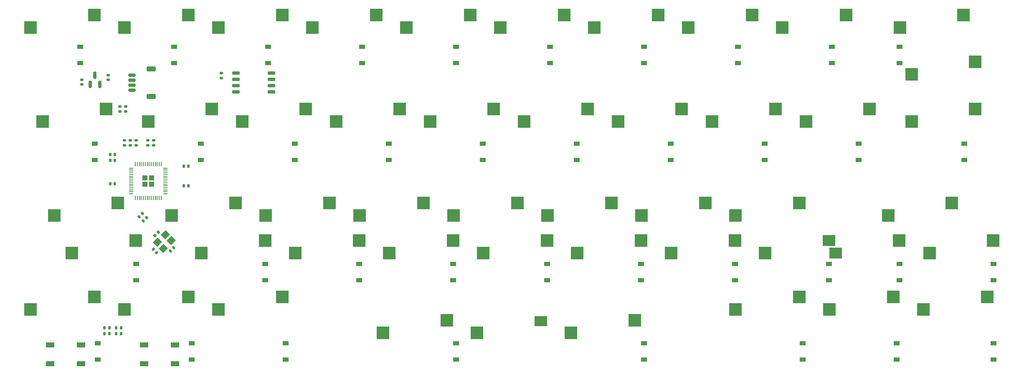
<source format=gbp>
%TF.GenerationSoftware,KiCad,Pcbnew,7.0.6*%
%TF.CreationDate,2023-09-25T18:19:59-04:00*%
%TF.ProjectId,cutiepie2040-dual-stagger-hotswap-pcb,63757469-6570-4696-9532-3034302d6475,rev?*%
%TF.SameCoordinates,PX2d6b3a0PY6f46b48*%
%TF.FileFunction,Paste,Bot*%
%TF.FilePolarity,Positive*%
%FSLAX46Y46*%
G04 Gerber Fmt 4.6, Leading zero omitted, Abs format (unit mm)*
G04 Created by KiCad (PCBNEW 7.0.6) date 2023-09-25 18:19:59*
%MOMM*%
%LPD*%
G01*
G04 APERTURE LIST*
G04 Aperture macros list*
%AMRoundRect*
0 Rectangle with rounded corners*
0 $1 Rounding radius*
0 $2 $3 $4 $5 $6 $7 $8 $9 X,Y pos of 4 corners*
0 Add a 4 corners polygon primitive as box body*
4,1,4,$2,$3,$4,$5,$6,$7,$8,$9,$2,$3,0*
0 Add four circle primitives for the rounded corners*
1,1,$1+$1,$2,$3*
1,1,$1+$1,$4,$5*
1,1,$1+$1,$6,$7*
1,1,$1+$1,$8,$9*
0 Add four rect primitives between the rounded corners*
20,1,$1+$1,$2,$3,$4,$5,0*
20,1,$1+$1,$4,$5,$6,$7,0*
20,1,$1+$1,$6,$7,$8,$9,0*
20,1,$1+$1,$8,$9,$2,$3,0*%
%AMRotRect*
0 Rectangle, with rotation*
0 The origin of the aperture is its center*
0 $1 length*
0 $2 width*
0 $3 Rotation angle, in degrees counterclockwise*
0 Add horizontal line*
21,1,$1,$2,0,0,$3*%
G04 Aperture macros list end*
%ADD10R,2.550000X2.500000*%
%ADD11RoundRect,0.140000X0.170000X-0.140000X0.170000X0.140000X-0.170000X0.140000X-0.170000X-0.140000X0*%
%ADD12R,1.200000X0.900000*%
%ADD13RoundRect,0.140000X0.021213X-0.219203X0.219203X-0.021213X-0.021213X0.219203X-0.219203X0.021213X0*%
%ADD14R,1.700000X1.000000*%
%ADD15RoundRect,0.135000X0.035355X-0.226274X0.226274X-0.035355X-0.035355X0.226274X-0.226274X0.035355X0*%
%ADD16RoundRect,0.135000X-0.135000X-0.185000X0.135000X-0.185000X0.135000X0.185000X-0.135000X0.185000X0*%
%ADD17RoundRect,0.135000X0.135000X0.185000X-0.135000X0.185000X-0.135000X-0.185000X0.135000X-0.185000X0*%
%ADD18R,2.550000X2.250000*%
%ADD19RoundRect,0.140000X-0.140000X-0.170000X0.140000X-0.170000X0.140000X0.170000X-0.140000X0.170000X0*%
%ADD20RoundRect,0.140000X0.140000X0.170000X-0.140000X0.170000X-0.140000X-0.170000X0.140000X-0.170000X0*%
%ADD21RoundRect,0.135000X-0.185000X0.135000X-0.185000X-0.135000X0.185000X-0.135000X0.185000X0.135000X0*%
%ADD22R,2.550000X2.150000*%
%ADD23RoundRect,0.140000X-0.021213X0.219203X-0.219203X0.021213X0.021213X-0.219203X0.219203X-0.021213X0*%
%ADD24RoundRect,0.140000X-0.170000X0.140000X-0.170000X-0.140000X0.170000X-0.140000X0.170000X0.140000X0*%
%ADD25RoundRect,0.150000X0.150000X-0.587500X0.150000X0.587500X-0.150000X0.587500X-0.150000X-0.587500X0*%
%ADD26RoundRect,0.150000X0.650000X0.150000X-0.650000X0.150000X-0.650000X-0.150000X0.650000X-0.150000X0*%
%ADD27RoundRect,0.250000X0.292217X0.292217X-0.292217X0.292217X-0.292217X-0.292217X0.292217X-0.292217X0*%
%ADD28RoundRect,0.050000X0.387500X0.050000X-0.387500X0.050000X-0.387500X-0.050000X0.387500X-0.050000X0*%
%ADD29RoundRect,0.050000X0.050000X0.387500X-0.050000X0.387500X-0.050000X-0.387500X0.050000X-0.387500X0*%
%ADD30RoundRect,0.140000X0.219203X0.021213X0.021213X0.219203X-0.219203X-0.021213X-0.021213X-0.219203X0*%
%ADD31RoundRect,0.150000X-0.625000X0.150000X-0.625000X-0.150000X0.625000X-0.150000X0.625000X0.150000X0*%
%ADD32RoundRect,0.229167X-0.670833X0.320833X-0.670833X-0.320833X0.670833X-0.320833X0.670833X0.320833X0*%
%ADD33RotRect,1.400000X1.200000X45.000000*%
G04 APERTURE END LIST*
D10*
%TO.C,MX49*%
X181033828Y64452748D03*
X193960828Y66992748D03*
%TD*%
%TO.C,MX35*%
X191579380Y76517794D03*
X178652380Y73977794D03*
%TD*%
D11*
%TO.C,C_1V-Decoup2*%
X27384318Y50121801D03*
X27384318Y51081801D03*
%TD*%
D10*
%TO.C,MX4*%
X2439880Y16827794D03*
X15366880Y19367794D03*
%TD*%
%TO.C,MX1*%
X2439880Y73977794D03*
X15366880Y76517794D03*
%TD*%
D12*
%TO.C,D6*%
X36909326Y47165862D03*
X36909326Y50465862D03*
%TD*%
%TO.C,D14*%
X75009358Y47165862D03*
X75009358Y50465862D03*
%TD*%
D13*
%TO.C,C_Crystal1*%
X30797350Y28650557D03*
X31476172Y29329379D03*
%TD*%
D14*
%TO.C,SW2*%
X12674928Y9639265D03*
X6374928Y9639265D03*
X12674928Y5839265D03*
X6374928Y5839265D03*
%TD*%
D10*
%TO.C,MX22*%
X107214880Y35877794D03*
X120141880Y38417794D03*
%TD*%
D12*
%TO.C,D37*%
X197643836Y22758029D03*
X197643836Y26058029D03*
%TD*%
D15*
%TO.C,R_Crystal1*%
X27619007Y31786474D03*
X28340255Y32507722D03*
%TD*%
D10*
%TO.C,MX17*%
X83402380Y54927794D03*
X96329380Y57467794D03*
%TD*%
%TO.C,MX43*%
X75120434Y28257674D03*
X88047434Y30797674D03*
%TD*%
%TO.C,MX2*%
X4821130Y54927794D03*
X17748130Y57467794D03*
%TD*%
%TO.C,MX11*%
X50064880Y35877794D03*
X62991880Y38417794D03*
%TD*%
D16*
%TO.C,R_Flash2*%
X17349310Y13097082D03*
X18369310Y13097082D03*
%TD*%
D10*
%TO.C,MX10*%
X45302380Y54927794D03*
X58229380Y57467794D03*
%TD*%
%TO.C,MX18*%
X88164880Y35877794D03*
X101091880Y38417794D03*
%TD*%
D12*
%TO.C,D17*%
X94059374Y47165862D03*
X94059374Y50465862D03*
%TD*%
D10*
%TO.C,MX30*%
X145314880Y16827794D03*
X158241880Y19367794D03*
%TD*%
D17*
%TO.C,R_Flash1*%
X20750562Y13097082D03*
X19730562Y13097082D03*
%TD*%
D14*
%TO.C,SW1*%
X25424944Y5839265D03*
X31724944Y5839265D03*
X25424944Y9639265D03*
X31724944Y9639265D03*
%TD*%
D16*
%TO.C,R_Flash3*%
X19730561Y11906456D03*
X20750561Y11906456D03*
%TD*%
D12*
%TO.C,D8*%
X35123387Y6684578D03*
X35123387Y9984578D03*
%TD*%
%TO.C,D20*%
X107751840Y66811191D03*
X107751840Y70111191D03*
%TD*%
%TO.C,D15*%
X88106244Y22758029D03*
X88106244Y26058029D03*
%TD*%
%TO.C,D31*%
X164901621Y66811191D03*
X164901621Y70111191D03*
%TD*%
D11*
%TO.C,C_3V-Decoup2*%
X21431304Y50121690D03*
X21431304Y51081690D03*
%TD*%
D10*
%TO.C,MX23*%
X111977380Y12065024D03*
X124904380Y14605024D03*
%TD*%
D12*
%TO.C,D13*%
X69651744Y66811191D03*
X69651744Y70111191D03*
%TD*%
D10*
%TO.C,MX46*%
X132270434Y28257724D03*
X145197434Y30797724D03*
%TD*%
D12*
%TO.C,D23*%
X126801589Y6684578D03*
X126801589Y9984578D03*
%TD*%
D10*
%TO.C,MX48*%
X176271184Y35877514D03*
X189198184Y38417514D03*
%TD*%
D18*
%TO.C,MX33*%
X165607880Y28257794D03*
D10*
X178534880Y30797794D03*
%TD*%
D11*
%TO.C,C_3V-Decoup7*%
X22621812Y50121690D03*
X22621812Y51081690D03*
%TD*%
D12*
%TO.C,D32*%
X170259438Y47165862D03*
X170259438Y50465862D03*
%TD*%
%TO.C,D4*%
X16073371Y6684578D03*
X16073371Y9984578D03*
%TD*%
D10*
%TO.C,MX13*%
X59589880Y73977794D03*
X72516880Y76517794D03*
%TD*%
D19*
%TO.C,C_3V-Decoup9*%
X33452761Y41862608D03*
X34412761Y41862608D03*
%TD*%
D20*
%TO.C,C_3V-Decoup4*%
X19529936Y42267419D03*
X18569936Y42267419D03*
%TD*%
D12*
%TO.C,D26*%
X145256292Y22758029D03*
X145256292Y26058029D03*
%TD*%
D10*
%TO.C,MX29*%
X145314880Y35877794D03*
X158241880Y38417794D03*
%TD*%
D12*
%TO.C,D28*%
X151209422Y47165862D03*
X151209422Y50465862D03*
%TD*%
D10*
%TO.C,MX15*%
X69114880Y35877794D03*
X82041880Y38417794D03*
%TD*%
D21*
%TO.C,R_DATA1*%
X21728959Y57957801D03*
X21728959Y56937802D03*
%TD*%
D10*
%TO.C,MX41*%
X37020434Y28257724D03*
X49947434Y30797724D03*
%TD*%
%TO.C,MX39*%
X92927380Y12065024D03*
D22*
X105854380Y14430024D03*
%TD*%
D10*
%TO.C,MX14*%
X64352380Y54927794D03*
X77279380Y57467794D03*
%TD*%
%TO.C,MX16*%
X78639880Y73977794D03*
X91566880Y76517794D03*
%TD*%
%TO.C,MX5*%
X21489880Y73977794D03*
X34416880Y76517794D03*
%TD*%
D23*
%TO.C,C_3V-Decoup8*%
X25937790Y35463074D03*
X25258968Y34784252D03*
%TD*%
D10*
%TO.C,MX40*%
X10826684Y28257724D03*
X23753684Y30797724D03*
%TD*%
%TO.C,MX24*%
X116739880Y73977794D03*
X129666880Y76517794D03*
%TD*%
D24*
%TO.C,C_Flash1*%
X41076517Y64710627D03*
X41076517Y63750627D03*
%TD*%
D10*
%TO.C,MX47*%
X151320434Y28257724D03*
D18*
X164247434Y30797724D03*
%TD*%
D10*
%TO.C,MX21*%
X102452380Y54927794D03*
X115379380Y57467794D03*
%TD*%
%TO.C,MX32*%
X159602380Y54927794D03*
X172529380Y57467794D03*
%TD*%
%TO.C,MX38*%
X183414880Y16827794D03*
X196341880Y19367794D03*
%TD*%
D12*
%TO.C,D10*%
X55959342Y47165862D03*
X55959342Y50465862D03*
%TD*%
D10*
%TO.C,MX20*%
X97689880Y73977794D03*
X110616880Y76517794D03*
%TD*%
D12*
%TO.C,D35*%
X178593820Y66811191D03*
X178593820Y70111191D03*
%TD*%
D10*
%TO.C,MX6*%
X26252380Y54927794D03*
X39179380Y57467794D03*
%TD*%
D12*
%TO.C,D38*%
X197643836Y6684578D03*
X197643836Y9984578D03*
%TD*%
%TO.C,D19*%
X88701557Y6684578D03*
X88701557Y9984578D03*
%TD*%
D25*
%TO.C,U3*%
X16428164Y62430627D03*
X14528164Y62430627D03*
X15478164Y64305627D03*
%TD*%
D10*
%TO.C,MX36*%
X181033630Y54927794D03*
X193960630Y57467794D03*
%TD*%
D12*
%TO.C,D25*%
X132159406Y47165862D03*
X132159406Y50465862D03*
%TD*%
D10*
%TO.C,MX37*%
X184658080Y28257794D03*
X197585080Y30797794D03*
%TD*%
%TO.C,MX8*%
X21489880Y16827794D03*
X34416880Y19367794D03*
%TD*%
D12*
%TO.C,D11*%
X69056228Y22758029D03*
X69056228Y26058029D03*
%TD*%
D23*
%TO.C,C_1V-Decoup3*%
X25095889Y36304975D03*
X24417067Y35626153D03*
%TD*%
D10*
%TO.C,MX26*%
X126264880Y35877794D03*
X139191880Y38417794D03*
%TD*%
D12*
%TO.C,D18*%
X107156260Y22758029D03*
X107156260Y26058029D03*
%TD*%
D10*
%TO.C,MX9*%
X40539880Y73977794D03*
X53466880Y76517794D03*
%TD*%
D12*
%TO.C,D34*%
X177998507Y6684578D03*
X177998507Y9984578D03*
%TD*%
%TO.C,D2*%
X15478058Y47165862D03*
X15478058Y50465862D03*
%TD*%
%TO.C,D3*%
X23812440Y22758029D03*
X23812440Y26058029D03*
%TD*%
%TO.C,D29*%
X164306308Y22758029D03*
X164306308Y26058029D03*
%TD*%
D10*
%TO.C,MX44*%
X94170434Y28257724D03*
X107097434Y30797724D03*
%TD*%
D12*
%TO.C,D16*%
X88701792Y66811191D03*
X88701792Y70111191D03*
%TD*%
D19*
%TO.C,C_3V-Decoup6*%
X33452761Y45839297D03*
X34412761Y45839297D03*
%TD*%
D10*
%TO.C,MX45*%
X113220434Y28257674D03*
X126147434Y30797674D03*
%TD*%
D12*
%TO.C,D30*%
X158948491Y6684578D03*
X158948491Y9984578D03*
%TD*%
%TO.C,D1*%
X12501493Y66811191D03*
X12501493Y70111191D03*
%TD*%
D20*
%TO.C,C_3V-Decoup1*%
X19529936Y48220549D03*
X18569936Y48220549D03*
%TD*%
D24*
%TO.C,C_LD1*%
X18157077Y64305627D03*
X18157077Y63345627D03*
%TD*%
D10*
%TO.C,MX7*%
X31014880Y35877794D03*
X43941880Y38417794D03*
%TD*%
D16*
%TO.C,R_RST1*%
X17349310Y11906456D03*
X18369310Y11906456D03*
%TD*%
D10*
%TO.C,MX12*%
X40539880Y16827794D03*
X53466880Y19367794D03*
%TD*%
%TO.C,MX3*%
X7202380Y35877794D03*
X20129380Y38417794D03*
%TD*%
D26*
%TO.C,U2*%
X51224960Y64710627D03*
X51224960Y63440627D03*
X51224960Y62170627D03*
X51224960Y60900627D03*
X44024960Y60900627D03*
X44024960Y62170627D03*
X44024960Y63440627D03*
X44024960Y64710627D03*
%TD*%
D12*
%TO.C,D33*%
X178593820Y22758029D03*
X178593820Y26058029D03*
%TD*%
%TO.C,D36*%
X191690706Y47165862D03*
X191690706Y50465862D03*
%TD*%
%TO.C,D7*%
X50006212Y22758029D03*
X50006212Y26058029D03*
%TD*%
D10*
%TO.C,MX42*%
X56070434Y28257674D03*
X68997434Y30797674D03*
%TD*%
D12*
%TO.C,D12*%
X54173403Y6684578D03*
X54173403Y9984578D03*
%TD*%
D11*
%TO.C,C_1V-Decoup1*%
X23812440Y50121690D03*
X23812440Y51081690D03*
%TD*%
%TO.C,C_3V-Decoup3*%
X26193692Y50121801D03*
X26193692Y51081801D03*
%TD*%
D10*
%TO.C,MX27*%
X135789880Y73977794D03*
X148716880Y76517794D03*
%TD*%
D12*
%TO.C,D22*%
X126206276Y22758029D03*
X126206276Y26058029D03*
%TD*%
D27*
%TO.C,U1*%
X26915688Y42225108D03*
X26915688Y43500108D03*
X25640688Y42225108D03*
X25640688Y43500108D03*
D28*
X29715688Y45462608D03*
X29715688Y45062608D03*
X29715688Y44662608D03*
X29715688Y44262608D03*
X29715688Y43862608D03*
X29715688Y43462608D03*
X29715688Y43062608D03*
X29715688Y42662608D03*
X29715688Y42262608D03*
X29715688Y41862608D03*
X29715688Y41462608D03*
X29715688Y41062608D03*
X29715688Y40662608D03*
X29715688Y40262608D03*
D29*
X28878188Y39425108D03*
X28478188Y39425108D03*
X28078188Y39425108D03*
X27678188Y39425108D03*
X27278188Y39425108D03*
X26878188Y39425108D03*
X26478188Y39425108D03*
X26078188Y39425108D03*
X25678188Y39425108D03*
X25278188Y39425108D03*
X24878188Y39425108D03*
X24478188Y39425108D03*
X24078188Y39425108D03*
X23678188Y39425108D03*
D28*
X22840688Y40262608D03*
X22840688Y40662608D03*
X22840688Y41062608D03*
X22840688Y41462608D03*
X22840688Y41862608D03*
X22840688Y42262608D03*
X22840688Y42662608D03*
X22840688Y43062608D03*
X22840688Y43462608D03*
X22840688Y43862608D03*
X22840688Y44262608D03*
X22840688Y44662608D03*
X22840688Y45062608D03*
X22840688Y45462608D03*
D29*
X23678188Y46300108D03*
X24078188Y46300108D03*
X24478188Y46300108D03*
X24878188Y46300108D03*
X25278188Y46300108D03*
X25678188Y46300108D03*
X26078188Y46300108D03*
X26478188Y46300108D03*
X26878188Y46300108D03*
X27278188Y46300108D03*
X27678188Y46300108D03*
X28078188Y46300108D03*
X28478188Y46300108D03*
X28878188Y46300108D03*
%TD*%
D12*
%TO.C,D27*%
X145851605Y66811191D03*
X145851605Y70111191D03*
%TD*%
D30*
%TO.C,C_Crystal2*%
X27979631Y28358543D03*
X27300809Y29037365D03*
%TD*%
D10*
%TO.C,MX28*%
X140552380Y54927794D03*
X153479380Y57467794D03*
%TD*%
%TO.C,MX25*%
X121502380Y54927794D03*
X134429380Y57467794D03*
%TD*%
D12*
%TO.C,D9*%
X50601525Y66811191D03*
X50601525Y70111191D03*
%TD*%
%TO.C,D24*%
X126801589Y66811191D03*
X126801589Y70111191D03*
%TD*%
D20*
%TO.C,C_3V-Decoup5*%
X19529936Y47029923D03*
X18569936Y47029923D03*
%TD*%
D21*
%TO.C,R_DATA2*%
X20538333Y57957801D03*
X20538333Y56937802D03*
%TD*%
D10*
%TO.C,MX34*%
X164364880Y16827794D03*
X177291880Y19367794D03*
%TD*%
D11*
%TO.C,C_LD2*%
X12799251Y62430627D03*
X12799251Y63390627D03*
%TD*%
D31*
%TO.C,J1*%
X23003188Y64305627D03*
X23003188Y63305627D03*
X23003188Y62305627D03*
X23003188Y61305627D03*
D32*
X26878188Y65605627D03*
X26878188Y60005627D03*
%TD*%
D10*
%TO.C,MX19*%
X73877380Y12065024D03*
X86804380Y14605024D03*
%TD*%
D12*
%TO.C,D21*%
X113109390Y47165862D03*
X113109390Y50465862D03*
%TD*%
D33*
%TO.C,Y1*%
X28155640Y30415454D03*
X29711275Y31971089D03*
X30913356Y30769008D03*
X29357721Y29213373D03*
%TD*%
D12*
%TO.C,D5*%
X31551509Y66811191D03*
X31551509Y70111191D03*
%TD*%
D10*
%TO.C,MX31*%
X154839880Y73977794D03*
X167766880Y76517794D03*
%TD*%
M02*

</source>
